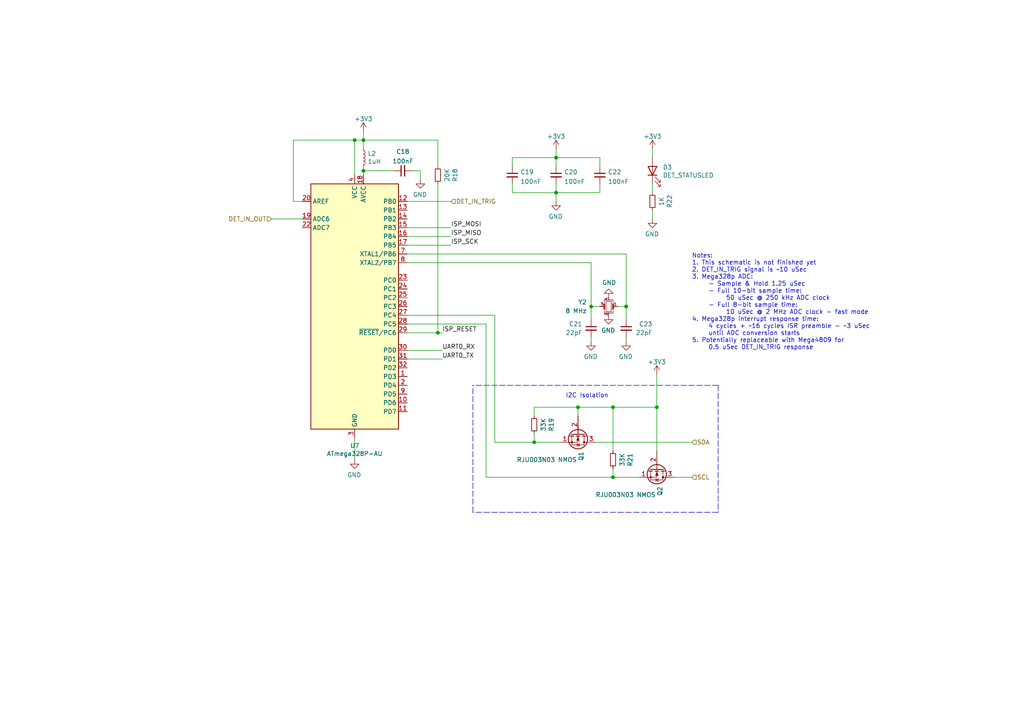
<source format=kicad_sch>
(kicad_sch (version 20211123) (generator eeschema)
  (paper "A4")
  (title_block (title "Detector MCU") (date "2022-03-26") (rev "A0"))
  (lib_symbols
    (symbol "Device:C_Small" (pin_numbers hide) (pin_names (offset 0.254) hide)
      (property "Reference" "C" (at 0.254 1.778 0))
      (property "Value" "C_Small" (at 0.254 -2.032 0))
      (symbol "C_Small_0_1"
        (polyline (pts (xy -1.524 -0.508) (xy 1.524 -0.508)) (stroke (width 0.3302)))
        (polyline (pts (xy -1.524 0.508) (xy 1.524 0.508)) (stroke (width 0.3048)))
      )
      (symbol "C_Small_1_1"
        (pin passive line (at 0 2.54 270) (length 2.032) (name "~") (number "1"))
        (pin passive line (at 0 -2.54 90) (length 2.032) (name "~") (number "2"))
      )
    )
    (symbol "Device:Crystal_GND24_Small" (pin_names (offset 1.016) hide)
      (property "Reference" "Y" (at 1.27 4.445 0))
      (property "Value" "Crystal_GND24_Small" (at 1.27 2.54 0))
      (symbol "Crystal_GND24_Small_0_1"
        (rectangle (start -0.762 -1.524) (end 0.762 1.524))
        (polyline (pts (xy -1.27 -0.762) (xy -1.27 0.762)) (stroke (width 0.381)))
        (polyline (pts (xy 1.27 -0.762) (xy 1.27 0.762)) (stroke (width 0.381)))
        (polyline (pts (xy -1.27 -1.27) (xy -1.27 -1.905) (xy 1.27 -1.905) (xy 1.27 -1.27)))
        (polyline (pts (xy -1.27 1.27) (xy -1.27 1.905) (xy 1.27 1.905) (xy 1.27 1.27)))
      )
      (symbol "Crystal_GND24_Small_1_1"
        (pin passive line (at -2.54 0 0) (length 1.27) (name "1") (number "1"))
        (pin passive line (at 0 -2.54 90) (length 0.635) (name "2") (number "2"))
        (pin passive line (at 2.54 0 180) (length 1.27) (name "3") (number "3"))
        (pin passive line (at 0 2.54 270) (length 0.635) (name "4") (number "4"))
      )
    )
    (symbol "Device:LED" (pin_numbers hide) (pin_names (offset 1.016) hide)
      (property "Reference" "D" (at 0 2.54 0))
      (property "Value" "LED" (at 0 -2.54 0))
      (symbol "LED_0_1"
        (polyline (pts (xy -1.27 -1.27) (xy -1.27 1.27)) (stroke (width 0.254)))
        (polyline (pts (xy -1.27 0) (xy 1.27 0)))
        (polyline (pts (xy 1.27 -1.27) (xy 1.27 1.27) (xy -1.27 0) (xy 1.27 -1.27)) (stroke (width 0.254)))
        (polyline (pts (xy -3.048 -0.762) (xy -4.572 -2.286) (xy -3.81 -2.286) (xy -4.572 -2.286) (xy -4.572 -1.524)))
        (polyline (pts (xy -1.778 -0.762) (xy -3.302 -2.286) (xy -2.54 -2.286) (xy -3.302 -2.286) (xy -3.302 -1.524)))
      )
      (symbol "LED_1_1"
        (pin passive line (at -3.81 0 0) (length 2.54) (name "K") (number "1"))
        (pin passive line (at 3.81 0 180) (length 2.54) (name "A") (number "2"))
      )
    )
    (symbol "Device:L_Small" (pin_numbers hide) (pin_names (offset 0.254) hide)
      (property "Reference" "L" (at 0.762 1.016 0))
      (property "Value" "L_Small" (at 0.762 -1.016 0))
      (symbol "L_Small_0_1"
        (arc (start 0 -2.032) (mid 0.508 -1.524) (end 0 -1.016))
        (arc (start 0 -1.016) (mid 0.508 -0.508) (end 0 0))
        (arc (start 0 0) (mid 0.508 0.508) (end 0 1.016))
        (arc (start 0 1.016) (mid 0.508 1.524) (end 0 2.032))
      )
      (symbol "L_Small_1_1"
        (pin passive line (at 0 2.54 270) (length 0.508) (name "~") (number "1"))
        (pin passive line (at 0 -2.54 90) (length 0.508) (name "~") (number "2"))
      )
    )
    (symbol "Device:Q_NMOS_SGD" (pin_names (offset 0) hide)
      (property "Reference" "Q" (at 5.08 1.27 0))
      (property "Value" "Q_NMOS_SGD" (at 5.08 -1.27 0))
      (symbol "Q_NMOS_SGD_0_1"
        (polyline (pts (xy 0.254 0) (xy -2.54 0)))
        (polyline (pts (xy 0.254 1.905) (xy 0.254 -1.905)) (stroke (width 0.254)))
        (polyline (pts (xy 0.762 -1.27) (xy 0.762 -2.286)) (stroke (width 0.254)))
        (polyline (pts (xy 0.762 0.508) (xy 0.762 -0.508)) (stroke (width 0.254)))
        (polyline (pts (xy 0.762 2.286) (xy 0.762 1.27)) (stroke (width 0.254)))
        (polyline (pts (xy 2.54 2.54) (xy 2.54 1.778)))
        (polyline (pts (xy 2.54 -2.54) (xy 2.54 0) (xy 0.762 0)))
        (polyline (pts (xy 0.762 -1.778) (xy 3.302 -1.778) (xy 3.302 1.778) (xy 0.762 1.778)))
        (polyline (pts (xy 1.016 0) (xy 2.032 0.381) (xy 2.032 -0.381) (xy 1.016 0)) (fill (type outline)))
        (polyline (pts (xy 2.794 0.508) (xy 2.921 0.381) (xy 3.683 0.381) (xy 3.81 0.254)))
        (polyline (pts (xy 3.302 0.381) (xy 2.921 -0.254) (xy 3.683 -0.254) (xy 3.302 0.381)))
        (circle (center 1.651 0) (radius 2.794) (stroke (width 0.254)))
        (circle (center 2.54 -1.778) (radius 0.254) (fill (type outline)))
        (circle (center 2.54 1.778) (radius 0.254) (fill (type outline)))
      )
      (symbol "Q_NMOS_SGD_1_1"
        (pin passive line (at 2.54 -5.08 90) (length 2.54) (name "S") (number "1"))
        (pin input line (at -5.08 0 0) (length 5.08) (name "G") (number "2"))
        (pin passive line (at 2.54 5.08 270) (length 2.54) (name "D") (number "3"))
      )
    )
    (symbol "Device:R_Small" (pin_numbers hide) (pin_names (offset 0.254) hide)
      (property "Reference" "R" (at 0.762 0.508 0))
      (property "Value" "R_Small" (at 0.762 -1.016 0))
      (symbol "R_Small_0_1"
        (rectangle (start -0.762 1.778) (end 0.762 -1.778) (stroke (width 0.2032)))
      )
      (symbol "R_Small_1_1"
        (pin passive line (at 0 2.54 270) (length 0.762) (name "~") (number "1"))
        (pin passive line (at 0 -2.54 90) (length 0.762) (name "~") (number "2"))
      )
    )
    (symbol "MCU_Microchip_ATmega:ATmega328P-AU"
      (property "Reference" "U" (at -12.7 36.83 0))
      (property "Value" "ATmega328P-AU" (at 2.54 -36.83 0))
      (symbol "ATmega328P-AU_0_1"
        (rectangle (start -12.7 -35.56) (end 12.7 35.56) (stroke (width 0.254)) (fill (type background)))
      )
      (symbol "ATmega328P-AU_1_1"
        (pin bidirectional line (at 15.24 -20.32 180) (length 2.54) (name "PD3") (number "1"))
        (pin bidirectional line (at 15.24 -27.94 180) (length 2.54) (name "PD6") (number "10"))
        (pin bidirectional line (at 15.24 -30.48 180) (length 2.54) (name "PD7") (number "11"))
        (pin bidirectional line (at 15.24 30.48 180) (length 2.54) (name "PB0") (number "12"))
        (pin bidirectional line (at 15.24 27.94 180) (length 2.54) (name "PB1") (number "13"))
        (pin bidirectional line (at 15.24 25.4 180) (length 2.54) (name "PB2") (number "14"))
        (pin bidirectional line (at 15.24 22.86 180) (length 2.54) (name "PB3") (number "15"))
        (pin bidirectional line (at 15.24 20.32 180) (length 2.54) (name "PB4") (number "16"))
        (pin bidirectional line (at 15.24 17.78 180) (length 2.54) (name "PB5") (number "17"))
        (pin power_in line (at 2.54 38.1 270) (length 2.54) (name "AVCC") (number "18"))
        (pin input line (at -15.24 25.4 0) (length 2.54) (name "ADC6") (number "19"))
        (pin bidirectional line (at 15.24 -22.86 180) (length 2.54) (name "PD4") (number "2"))
        (pin passive line (at -15.24 30.48 0) (length 2.54) (name "AREF") (number "20"))
        (pin passive line (at 0 -38.1 90) (length 2.54) hide (name "GND") (number "21"))
        (pin input line (at -15.24 22.86 0) (length 2.54) (name "ADC7") (number "22"))
        (pin bidirectional line (at 15.24 7.62 180) (length 2.54) (name "PC0") (number "23"))
        (pin bidirectional line (at 15.24 5.08 180) (length 2.54) (name "PC1") (number "24"))
        (pin bidirectional line (at 15.24 2.54 180) (length 2.54) (name "PC2") (number "25"))
        (pin bidirectional line (at 15.24 0 180) (length 2.54) (name "PC3") (number "26"))
        (pin bidirectional line (at 15.24 -2.54 180) (length 2.54) (name "PC4") (number "27"))
        (pin bidirectional line (at 15.24 -5.08 180) (length 2.54) (name "PC5") (number "28"))
        (pin bidirectional line (at 15.24 -7.62 180) (length 2.54) (name "~{RESET}/PC6") (number "29"))
        (pin power_in line (at 0 -38.1 90) (length 2.54) (name "GND") (number "3"))
        (pin bidirectional line (at 15.24 -12.7 180) (length 2.54) (name "PD0") (number "30"))
        (pin bidirectional line (at 15.24 -15.24 180) (length 2.54) (name "PD1") (number "31"))
        (pin bidirectional line (at 15.24 -17.78 180) (length 2.54) (name "PD2") (number "32"))
        (pin power_in line (at 0 38.1 270) (length 2.54) (name "VCC") (number "4"))
        (pin passive line (at 0 -38.1 90) (length 2.54) hide (name "GND") (number "5"))
        (pin passive line (at 0 38.1 270) (length 2.54) hide (name "VCC") (number "6"))
        (pin bidirectional line (at 15.24 15.24 180) (length 2.54) (name "XTAL1/PB6") (number "7"))
        (pin bidirectional line (at 15.24 12.7 180) (length 2.54) (name "XTAL2/PB7") (number "8"))
        (pin bidirectional line (at 15.24 -25.4 180) (length 2.54) (name "PD5") (number "9"))
      )
    )
    (symbol "power:+3V3" (power) (pin_names (offset 0))
      (property "Value" "+3V3" (at 0 3.556 0))
      (symbol "+3V3_0_1"
        (polyline (pts (xy -0.762 1.27) (xy 0 2.54)))
        (polyline (pts (xy 0 0) (xy 0 2.54)))
        (polyline (pts (xy 0 2.54) (xy 0.762 1.27)))
      )
      (symbol "+3V3_1_1"
        (pin power_in line (at 0 0 90) (length 0) hide (name "+3V3") (number "1"))
      )
    )
    (symbol "power:GND" (power) (pin_names (offset 0))
      (property "Value" "GND" (at 0 -3.81 0))
      (symbol "GND_0_1"
        (polyline (pts (xy 0 0) (xy 0 -1.27) (xy 1.27 -1.27) (xy 0 -2.54) (xy -1.27 -1.27) (xy 0 -1.27)))
      )
      (symbol "GND_1_1"
        (pin power_in line (at 0 0 270) (length 0) hide (name "GND") (number "1"))
      )
    )
  )
  (junction (at 171.45 88.9))
  (junction (at 102.87 40.64))
  (junction (at 177.8 138.43))
  (junction (at 127 96.52))
  (junction (at 177.8 118.11))
  (junction (at 105.41 49.53))
  (junction (at 161.29 55.88))
  (junction (at 105.41 40.64))
  (junction (at 167.64 118.11))
  (junction (at 161.29 45.72))
  (junction (at 181.61 88.9))
  (junction (at 190.5 118.11))
  (junction (at 154.94 128.27))
  (wire (pts (xy 177.8 118.11) (xy 190.5 118.11)))
  (wire (pts (xy 127 96.52) (xy 128.27 96.52)))
  (wire (pts (xy 78.74 63.5) (xy 87.63 63.5)))
  (wire (pts (xy 181.61 99.06) (xy 181.61 97.79)))
  (wire (pts (xy 154.94 118.11) (xy 154.94 120.65)))
  (wire (pts (xy 130.81 66.04) (xy 118.11 66.04)))
  (wire (pts (xy 130.81 71.12) (xy 118.11 71.12)))
  (wire (pts (xy 177.8 138.43) (xy 140.97 138.43)))
  (wire (pts (xy 143.51 128.27) (xy 154.94 128.27)))
  (wire (pts (xy 105.41 38.1) (xy 105.41 40.64)))
  (polyline (pts (xy 208.28 148.59) (xy 137.16 148.59)))
  (wire (pts (xy 161.29 55.88) (xy 148.59 55.88)))
  (wire (pts (xy 102.87 133.35) (xy 102.87 127)))
  (wire (pts (xy 102.87 40.64) (xy 102.87 50.8)))
  (wire (pts (xy 118.11 58.42) (xy 130.81 58.42)))
  (wire (pts (xy 171.45 88.9) (xy 173.99 88.9)))
  (wire (pts (xy 161.29 45.72) (xy 173.99 45.72)))
  (wire (pts (xy 118.11 96.52) (xy 127 96.52)))
  (wire (pts (xy 189.23 53.34) (xy 189.23 55.88)))
  (wire (pts (xy 85.09 40.64) (xy 102.87 40.64)))
  (wire (pts (xy 181.61 73.66) (xy 181.61 88.9)))
  (wire (pts (xy 181.61 92.71) (xy 181.61 88.9)))
  (wire (pts (xy 171.45 92.71) (xy 171.45 88.9)))
  (wire (pts (xy 189.23 43.18) (xy 189.23 45.72)))
  (wire (pts (xy 154.94 128.27) (xy 162.56 128.27)))
  (wire (pts (xy 161.29 55.88) (xy 161.29 58.42)))
  (wire (pts (xy 167.64 118.11) (xy 154.94 118.11)))
  (wire (pts (xy 161.29 55.88) (xy 161.29 53.34)))
  (wire (pts (xy 177.8 118.11) (xy 177.8 130.81)))
  (wire (pts (xy 190.5 118.11) (xy 190.5 130.81)))
  (wire (pts (xy 173.99 53.34) (xy 173.99 55.88)))
  (wire (pts (xy 127 40.64) (xy 127 48.26)))
  (wire (pts (xy 161.29 43.18) (xy 161.29 45.72)))
  (wire (pts (xy 105.41 40.64) (xy 105.41 43.18)))
  (wire (pts (xy 118.11 91.44) (xy 143.51 91.44)))
  (wire (pts (xy 161.29 45.72) (xy 161.29 48.26)))
  (wire (pts (xy 172.72 128.27) (xy 200.66 128.27)))
  (wire (pts (xy 148.59 53.34) (xy 148.59 55.88)))
  (wire (pts (xy 105.41 49.53) (xy 105.41 48.26)))
  (wire (pts (xy 181.61 88.9) (xy 179.07 88.9)))
  (wire (pts (xy 143.51 91.44) (xy 143.51 128.27)))
  (wire (pts (xy 105.41 40.64) (xy 127 40.64)))
  (wire (pts (xy 140.97 138.43) (xy 140.97 93.98)))
  (wire (pts (xy 177.8 138.43) (xy 185.42 138.43)))
  (polyline (pts (xy 208.28 111.76) (xy 137.16 111.76)))
  (wire (pts (xy 173.99 55.88) (xy 161.29 55.88)))
  (wire (pts (xy 167.64 118.11) (xy 177.8 118.11)))
  (wire (pts (xy 118.11 93.98) (xy 140.97 93.98)))
  (wire (pts (xy 161.29 45.72) (xy 148.59 45.72)))
  (wire (pts (xy 127 53.34) (xy 127 96.52)))
  (wire (pts (xy 121.92 52.07) (xy 121.92 49.53)))
  (wire (pts (xy 114.3 49.53) (xy 105.41 49.53)))
  (wire (pts (xy 118.11 104.14) (xy 128.27 104.14)))
  (wire (pts (xy 189.23 63.5) (xy 189.23 60.96)))
  (wire (pts (xy 118.11 68.58) (xy 130.81 68.58)))
  (wire (pts (xy 118.11 73.66) (xy 181.61 73.66)))
  (wire (pts (xy 171.45 99.06) (xy 171.45 97.79)))
  (wire (pts (xy 195.58 138.43) (xy 200.66 138.43)))
  (wire (pts (xy 121.92 49.53) (xy 119.38 49.53)))
  (wire (pts (xy 177.8 135.89) (xy 177.8 138.43)))
  (wire (pts (xy 105.41 40.64) (xy 102.87 40.64)))
  (wire (pts (xy 154.94 125.73) (xy 154.94 128.27)))
  (wire (pts (xy 85.09 40.64) (xy 85.09 58.42)))
  (wire (pts (xy 167.64 118.11) (xy 167.64 120.65)))
  (wire (pts (xy 173.99 45.72) (xy 173.99 48.26)))
  (wire (pts (xy 171.45 76.2) (xy 171.45 88.9)))
  (wire (pts (xy 105.41 49.53) (xy 105.41 50.8)))
  (wire (pts (xy 190.5 108.585) (xy 190.5 118.11)))
  (polyline (pts (xy 137.16 148.59) (xy 137.16 111.76)))
  (wire (pts (xy 87.63 58.42) (xy 85.09 58.42)))
  (polyline (pts (xy 208.28 111.76) (xy 208.28 148.59)))
  (wire (pts (xy 128.27 101.6) (xy 118.11 101.6)))
  (wire (pts (xy 171.45 76.2) (xy 118.11 76.2)))
  (wire (pts (xy 148.59 45.72) (xy 148.59 48.26)))
  (text "Notes:\n1. This schematic is not finished yet\n2. DET_IN_TRIG signal is ~10 uSec\n3. Mega328p ADC:\n	- Sample & Hold 1.25 uSec\n	- Full 10-bit sample time: \n		50 uSec @ 250 kHz ADC clock\n	- Full 8-bit sample time:\n		10 uSec @ 2 MHz ADC clock - fast mode\n4. Mega328p interrupt response time: \n	4 cycles + ~16 cycles ISR preamble - ~3 uSec\n	until ADC conversion starts\n5. Potentially replaceable with Mega4809 for \n	0.5 uSec DET_IN_TRIG response" (at 200.66 101.6 0) (effects (font (size 1.27 1.27)) (justify left bottom)))
  (text "I2C Isolation" (at 176.53 115.57 180) (effects (font (size 1.27 1.27)) (justify right bottom)))
  (label "ISP_SCK" (at 130.81 71.12 0))
  (label "ISP_MOSI" (at 130.81 66.04 0))
  (label "UART0_RX" (at 128.27 101.6 0))
  (label "ISP_RESET" (at 128.27 96.52 0))
  (label "UART0_TX" (at 128.27 104.14 0))
  (label "ISP_MISO" (at 130.81 68.58 0))
  (hierarchical_label "DET_IN_OUT" (shape input) (at 78.74 63.5 180))
  (hierarchical_label "SCL" (shape input) (at 200.66 138.43 0))
  (hierarchical_label "SDA" (shape input) (at 200.66 128.27 0))
  (hierarchical_label "DET_IN_TRIG" (shape input) (at 130.81 58.42 0))
  (symbol (lib_id "power:GND") (at 181.61 99.06 0) (mirror y) (unit 1)
    (property "Reference" "#PWR049" (effects hide))
    (property "Value" "GND" (at 181.483 103.4542 0))
  )
  (symbol (lib_id "Device:C_Small") (at 181.61 95.25 0) (mirror y) (unit 1)
    (property "Reference" "C23" (at 189.23 93.98 0) (effects (justify left)))
    (property "Value" "22pF" (at 189.23 96.52 0) (effects (justify left)))
    (property "Footprint" "Capacitor_SMD:C_0402_1005Metric" (effects hide))
  )
  (symbol (lib_id "Device:C_Small") (at 171.45 95.25 0) (mirror y) (unit 1)
    (property "Reference" "C21" (at 168.91 93.98 0) (effects (justify left)))
    (property "Value" "22pF" (at 168.91 96.52 0) (effects (justify left)))
    (property "Footprint" "Capacitor_SMD:C_0402_1005Metric" (effects hide))
  )
  (symbol (lib_id "power:+3V3") (at 161.29 43.18 0) (unit 1)
    (property "Reference" "#PWR044" (effects hide))
    (property "Value" "+3V3" (at 161.29 39.5755 0))
  )
  (symbol (lib_id "power:GND") (at 176.53 86.36 0) (mirror x) (unit 1)
    (property "Reference" "#PWR047" (effects hide))
    (property "Value" "GND" (at 176.657 81.9658 0))
  )
  (symbol (lib_id "power:+3V3") (at 190.5 108.585 0) (unit 1)
    (property "Reference" "#PWR?" (effects hide))
    (property "Value" "+3V3" (at 190.5 104.9805 0))
  )
  (symbol (lib_id "Device:Q_NMOS_SGD") (at 190.5 135.89 270) (unit 1)
    (property "Reference" "Q2" (at 191.4085 141.097 0) (effects (justify left)))
    (property "Value" "RJU003N03 NMOS" (at 172.72 143.51 90) (effects (justify left)))
    (property "Footprint" "Package_TO_SOT_SMD:SOT-323_SC-70" (effects hide))
  )
  (symbol (lib_id "Device:R_Small") (at 189.23 58.42 180) (unit 1)
    (property "Reference" "R22" (at 194.2084 58.42 90))
    (property "Value" "1K" (at 191.897 58.42 90))
    (property "Footprint" "Resistor_SMD:R_0402_1005Metric" (effects hide))
  )
  (symbol (lib_id "power:GND") (at 102.87 133.35 0) (mirror y) (unit 1)
    (property "Reference" "#PWR041" (effects hide))
    (property "Value" "GND" (at 102.743 137.7442 0))
  )
  (symbol (lib_id "Device:R_Small") (at 177.8 133.35 180) (unit 1)
    (property "Reference" "R21" (at 182.7784 133.35 90))
    (property "Value" "33K" (at 180.467 133.35 90))
    (property "Footprint" "Resistor_SMD:R_0402_1005Metric" (effects hide))
  )
  (symbol (lib_id "Device:C_Small") (at 148.59 50.8 0) (unit 1)
    (property "Reference" "C19" (at 150.9141 49.8978 0) (effects (justify left)))
    (property "Value" "100nF" (at 150.9141 52.6729 0) (effects (justify left)))
    (property "Footprint" "Capacitor_SMD:C_0402_1005Metric" (effects hide))
  )
  (symbol (lib_id "Device:R_Small") (at 127 50.8 180) (unit 1)
    (property "Reference" "R18" (at 131.9784 50.8 90))
    (property "Value" "20K" (at 129.667 50.8 90))
    (property "Footprint" "Resistor_SMD:R_0402_1005Metric" (effects hide))
  )
  (symbol (lib_id "power:GND") (at 121.92 52.07 0) (mirror y) (unit 1)
    (property "Reference" "#PWR043" (effects hide))
    (property "Value" "GND" (at 121.793 56.4642 0))
  )
  (symbol (lib_id "Device:C_Small") (at 173.99 50.8 0) (unit 1)
    (property "Reference" "C22" (at 176.3141 49.8978 0) (effects (justify left)))
    (property "Value" "100nF" (at 176.3141 52.6729 0) (effects (justify left)))
    (property "Footprint" "Capacitor_SMD:C_0402_1005Metric" (effects hide))
  )
  (symbol (lib_id "power:GND") (at 189.23 63.5 0) (mirror y) (unit 1)
    (property "Reference" "#PWR051" (effects hide))
    (property "Value" "GND" (at 189.103 67.8942 0))
  )
  (symbol (lib_id "Device:R_Small") (at 154.94 123.19 180) (unit 1)
    (property "Reference" "R19" (at 159.9184 123.19 90))
    (property "Value" "33K" (at 157.607 123.19 90))
    (property "Footprint" "Resistor_SMD:R_0402_1005Metric" (effects hide))
  )
  (symbol (lib_id "power:GND") (at 176.53 91.44 0) (mirror y) (unit 1)
    (property "Reference" "#PWR048" (effects hide))
    (property "Value" "GND" (at 176.403 95.8342 0))
  )
  (symbol (lib_id "power:GND") (at 171.45 99.06 0) (mirror y) (unit 1)
    (property "Reference" "#PWR046" (effects hide))
    (property "Value" "GND" (at 171.323 103.4542 0))
  )
  (symbol (lib_id "Device:L_Small") (at 105.41 45.72 0) (unit 1)
    (property "Reference" "L2" (at 106.6292 44.5516 0) (effects (justify left)))
    (property "Value" "1uH" (at 106.6292 46.863 0) (effects (justify left)))
    (property "Footprint" "Inductor_SMD:L_1206_3216Metric" (effects hide))
  )
  (symbol (lib_id "Device:C_Small") (at 161.29 50.8 0) (unit 1)
    (property "Reference" "C20" (at 163.6141 49.8978 0) (effects (justify left)))
    (property "Value" "100nF" (at 163.6141 52.6729 0) (effects (justify left)))
    (property "Footprint" "Capacitor_SMD:C_0402_1005Metric" (effects hide))
  )
  (symbol (lib_id "Device:LED") (at 189.23 49.53 90) (unit 1)
    (property "Reference" "D3" (at 192.2272 48.5394 90) (effects (justify right)))
    (property "Value" "DET_STATUSLED" (at 192.2272 50.8508 90) (effects (justify right)))
    (property "Footprint" "LED_SMD:LED_0402_1005Metric" (effects hide))
  )
  (symbol (lib_id "power:+3V3") (at 189.23 43.18 0) (unit 1)
    (property "Reference" "#PWR050" (effects hide))
    (property "Value" "+3V3" (at 189.23 39.5755 0))
  )
  (symbol (lib_id "power:+3V3") (at 105.41 38.1 0) (unit 1)
    (property "Reference" "#PWR042" (effects hide))
    (property "Value" "+3V3" (at 105.41 34.4955 0))
  )
  (symbol (lib_id "Device:Crystal_GND24_Small") (at 176.53 88.9 0) (mirror y) (unit 1)
    (property "Reference" "Y2" (at 170.18 87.63 0) (effects (justify left)))
    (property "Value" "8 MHz" (at 170.18 90.17 0) (effects (justify left)))
    (property "Footprint" "Crystal:Crystal_SMD_3225-4Pin_3.2x2.5mm" (effects hide))
    (property "Part" "7B-8.000MAAJ-T -  CRYSTAL, 8MHZ, 18PF, 5 X 3.2MM" (effects hide))
  )
  (symbol (lib_id "Device:Q_NMOS_SGD") (at 167.64 125.73 270) (unit 1)
    (property "Reference" "Q1" (at 168.5485 130.937 0) (effects (justify left)))
    (property "Value" "RJU003N03 NMOS" (at 149.86 133.35 90) (effects (justify left)))
    (property "Footprint" "Package_TO_SOT_SMD:SOT-323_SC-70" (effects hide))
  )
  (symbol (lib_id "Device:C_Small") (at 116.84 49.53 90) (unit 1)
    (property "Reference" "C18" (at 116.8463 44.0014 90))
    (property "Value" "100nF" (at 116.8463 46.7765 90))
    (property "Footprint" "Capacitor_SMD:C_0402_1005Metric" (effects hide))
  )
  (symbol (lib_id "MCU_Microchip_ATmega:ATmega328P-AU") (at 102.87 88.9 0) (unit 1)
    (property "Reference" "U7" (at 102.87 129.2606 0))
    (property "Value" "ATmega328P-AU" (at 102.87 131.572 0))
    (property "Footprint" "Package_QFP:TQFP-32_7x7mm_P0.8mm" (effects hide))
    (property "Datasheet" "http://ww1.microchip.com/downloads/en/DeviceDoc/ATmega328_P%20AVR%20MCU%20with%20picoPower%20Technology%20Data%20Sheet%2040001984A.pdf" (effects hide))
  )
  (symbol (lib_id "power:GND") (at 161.29 58.42 0) (mirror y) (unit 1)
    (property "Reference" "#PWR045" (effects hide))
    (property "Value" "GND" (at 161.163 62.8142 0))
  )
)
</source>
